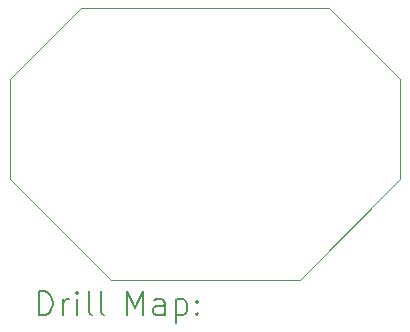
<source format=gbr>
%TF.GenerationSoftware,KiCad,Pcbnew,(7.0.0-0)*%
%TF.CreationDate,2024-01-14T13:31:55+01:00*%
%TF.ProjectId,annoying_little_shit,616e6e6f-7969-46e6-975f-6c6974746c65,rev?*%
%TF.SameCoordinates,Original*%
%TF.FileFunction,Drillmap*%
%TF.FilePolarity,Positive*%
%FSLAX45Y45*%
G04 Gerber Fmt 4.5, Leading zero omitted, Abs format (unit mm)*
G04 Created by KiCad (PCBNEW (7.0.0-0)) date 2024-01-14 13:31:55*
%MOMM*%
%LPD*%
G01*
G04 APERTURE LIST*
%ADD10C,0.100000*%
%ADD11C,0.200000*%
G04 APERTURE END LIST*
D10*
X11450000Y-6600000D02*
X12300000Y-7450000D01*
X14150000Y-5150000D02*
X13100000Y-5150000D01*
X12050000Y-5150000D02*
X11450000Y-5750000D01*
X13100000Y-5150000D02*
X12050000Y-5150000D01*
X14750000Y-5750000D02*
X14150000Y-5150000D01*
X13900000Y-7450000D02*
X13100000Y-7450000D01*
X13100000Y-7450000D02*
X12300000Y-7450000D01*
X11450000Y-6600000D02*
X11450000Y-5750000D01*
X14750000Y-6600000D02*
X14750000Y-5750000D01*
X14750000Y-6600000D02*
X13900000Y-7450000D01*
D11*
X11692619Y-7748476D02*
X11692619Y-7548476D01*
X11692619Y-7548476D02*
X11740238Y-7548476D01*
X11740238Y-7548476D02*
X11768809Y-7558000D01*
X11768809Y-7558000D02*
X11787857Y-7577048D01*
X11787857Y-7577048D02*
X11797381Y-7596095D01*
X11797381Y-7596095D02*
X11806905Y-7634190D01*
X11806905Y-7634190D02*
X11806905Y-7662762D01*
X11806905Y-7662762D02*
X11797381Y-7700857D01*
X11797381Y-7700857D02*
X11787857Y-7719905D01*
X11787857Y-7719905D02*
X11768809Y-7738952D01*
X11768809Y-7738952D02*
X11740238Y-7748476D01*
X11740238Y-7748476D02*
X11692619Y-7748476D01*
X11892619Y-7748476D02*
X11892619Y-7615143D01*
X11892619Y-7653238D02*
X11902143Y-7634190D01*
X11902143Y-7634190D02*
X11911667Y-7624667D01*
X11911667Y-7624667D02*
X11930714Y-7615143D01*
X11930714Y-7615143D02*
X11949762Y-7615143D01*
X12016428Y-7748476D02*
X12016428Y-7615143D01*
X12016428Y-7548476D02*
X12006905Y-7558000D01*
X12006905Y-7558000D02*
X12016428Y-7567524D01*
X12016428Y-7567524D02*
X12025952Y-7558000D01*
X12025952Y-7558000D02*
X12016428Y-7548476D01*
X12016428Y-7548476D02*
X12016428Y-7567524D01*
X12140238Y-7748476D02*
X12121190Y-7738952D01*
X12121190Y-7738952D02*
X12111667Y-7719905D01*
X12111667Y-7719905D02*
X12111667Y-7548476D01*
X12245000Y-7748476D02*
X12225952Y-7738952D01*
X12225952Y-7738952D02*
X12216428Y-7719905D01*
X12216428Y-7719905D02*
X12216428Y-7548476D01*
X12441190Y-7748476D02*
X12441190Y-7548476D01*
X12441190Y-7548476D02*
X12507857Y-7691333D01*
X12507857Y-7691333D02*
X12574524Y-7548476D01*
X12574524Y-7548476D02*
X12574524Y-7748476D01*
X12755476Y-7748476D02*
X12755476Y-7643714D01*
X12755476Y-7643714D02*
X12745952Y-7624667D01*
X12745952Y-7624667D02*
X12726905Y-7615143D01*
X12726905Y-7615143D02*
X12688809Y-7615143D01*
X12688809Y-7615143D02*
X12669762Y-7624667D01*
X12755476Y-7738952D02*
X12736428Y-7748476D01*
X12736428Y-7748476D02*
X12688809Y-7748476D01*
X12688809Y-7748476D02*
X12669762Y-7738952D01*
X12669762Y-7738952D02*
X12660238Y-7719905D01*
X12660238Y-7719905D02*
X12660238Y-7700857D01*
X12660238Y-7700857D02*
X12669762Y-7681809D01*
X12669762Y-7681809D02*
X12688809Y-7672286D01*
X12688809Y-7672286D02*
X12736428Y-7672286D01*
X12736428Y-7672286D02*
X12755476Y-7662762D01*
X12850714Y-7615143D02*
X12850714Y-7815143D01*
X12850714Y-7624667D02*
X12869762Y-7615143D01*
X12869762Y-7615143D02*
X12907857Y-7615143D01*
X12907857Y-7615143D02*
X12926905Y-7624667D01*
X12926905Y-7624667D02*
X12936428Y-7634190D01*
X12936428Y-7634190D02*
X12945952Y-7653238D01*
X12945952Y-7653238D02*
X12945952Y-7710381D01*
X12945952Y-7710381D02*
X12936428Y-7729428D01*
X12936428Y-7729428D02*
X12926905Y-7738952D01*
X12926905Y-7738952D02*
X12907857Y-7748476D01*
X12907857Y-7748476D02*
X12869762Y-7748476D01*
X12869762Y-7748476D02*
X12850714Y-7738952D01*
X13031667Y-7729428D02*
X13041190Y-7738952D01*
X13041190Y-7738952D02*
X13031667Y-7748476D01*
X13031667Y-7748476D02*
X13022143Y-7738952D01*
X13022143Y-7738952D02*
X13031667Y-7729428D01*
X13031667Y-7729428D02*
X13031667Y-7748476D01*
X13031667Y-7624667D02*
X13041190Y-7634190D01*
X13041190Y-7634190D02*
X13031667Y-7643714D01*
X13031667Y-7643714D02*
X13022143Y-7634190D01*
X13022143Y-7634190D02*
X13031667Y-7624667D01*
X13031667Y-7624667D02*
X13031667Y-7643714D01*
M02*

</source>
